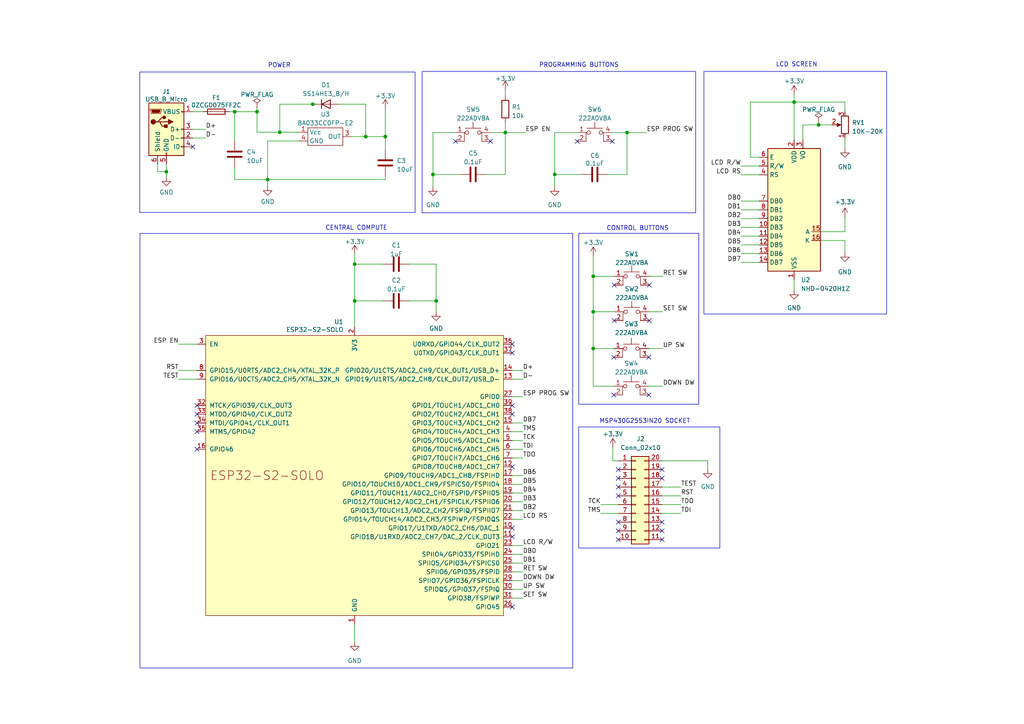
<source format=kicad_sch>
(kicad_sch (version 20230121) (generator eeschema)
  (paper "A4")
  (lib_symbols
    (symbol "Connector:USB_B_Micro" (pin_names (offset 1.016))
      (property "Reference" "J" (at -5.08 11.43 0))
      (property "Value" "USB_B_Micro" (at -5.08 8.89 0))
      (symbol "USB_B_Micro_0_1"
        (rectangle (start -5.08 -7.62) (end 5.08 7.62) (stroke (width 0.254)) (fill (type background)))
        (circle (center -3.81 2.159) (radius 0.635) (stroke (width 0.254)) (fill (type outline)))
        (circle (center -0.635 3.429) (radius 0.381) (stroke (width 0.254)) (fill (type outline)))
        (rectangle (start -0.127 -7.62) (end 0.127 -6.858))
        (polyline (pts (xy -1.905 2.159) (xy 0.635 2.159)) (stroke (width 0.254)))
        (polyline (pts (xy -3.175 2.159) (xy -2.54 2.159) (xy -1.27 3.429) (xy -0.635 3.429)) (stroke (width 0.254)))
        (polyline (pts (xy -2.54 2.159) (xy -1.905 2.159) (xy -1.27 0.889) (xy 0 0.889)) (stroke (width 0.254)))
        (polyline (pts (xy 0.635 2.794) (xy 0.635 1.524) (xy 1.905 2.159) (xy 0.635 2.794)) (stroke (width 0.254)) (fill (type outline)))
        (polyline (pts (xy -4.318 5.588) (xy -1.778 5.588) (xy -2.032 4.826) (xy -4.064 4.826) (xy -4.318 5.588)) (fill (type outline)))
        (polyline (pts (xy -4.699 5.842) (xy -4.699 5.588) (xy -4.445 4.826) (xy -4.445 4.572) (xy -1.651 4.572) (xy -1.651 4.826) (xy -1.397 5.588) (xy -1.397 5.842) (xy -4.699 5.842)))
        (rectangle (start 0.254 1.27) (end -0.508 0.508) (stroke (width 0.254)) (fill (type outline)))
        (rectangle (start 5.08 -5.207) (end 4.318 -4.953))
        (rectangle (start 5.08 -2.667) (end 4.318 -2.413))
        (rectangle (start 5.08 -0.127) (end 4.318 0.127))
        (rectangle (start 5.08 4.953) (end 4.318 5.207))
      )
      (symbol "USB_B_Micro_1_1"
        (pin power_out line (at 7.62 5.08 180) (length 2.54) (name "VBUS") (number "1"))
        (pin bidirectional line (at 7.62 -2.54 180) (length 2.54) (name "D-") (number "2"))
        (pin bidirectional line (at 7.62 0 180) (length 2.54) (name "D+") (number "3"))
        (pin passive line (at 7.62 -5.08 180) (length 2.54) (name "ID") (number "4"))
        (pin power_out line (at 0 -10.16 90) (length 2.54) (name "GND") (number "5"))
        (pin passive line (at -2.54 -10.16 90) (length 2.54) (name "Shield") (number "6"))
      )
    )
    (symbol "Connector_Generic:Conn_02x10_Counter_Clockwise" (pin_names (offset 1.016) hide)
      (property "Reference" "J" (at 1.27 12.7 0))
      (property "Value" "Conn_02x10_Counter_Clockwise" (at 1.27 -15.24 0))
      (symbol "Conn_02x10_Counter_Clockwise_1_1"
        (rectangle (start -1.27 -12.573) (end 0 -12.827) (stroke (width 0.1524)))
        (rectangle (start -1.27 -10.033) (end 0 -10.287) (stroke (width 0.1524)))
        (rectangle (start -1.27 -7.493) (end 0 -7.747) (stroke (width 0.1524)))
        (rectangle (start -1.27 -4.953) (end 0 -5.207) (stroke (width 0.1524)))
        (rectangle (start -1.27 -2.413) (end 0 -2.667) (stroke (width 0.1524)))
        (rectangle (start -1.27 0.127) (end 0 -0.127) (stroke (width 0.1524)))
        (rectangle (start -1.27 2.667) (end 0 2.413) (stroke (width 0.1524)))
        (rectangle (start -1.27 5.207) (end 0 4.953) (stroke (width 0.1524)))
        (rectangle (start -1.27 7.747) (end 0 7.493) (stroke (width 0.1524)))
        (rectangle (start -1.27 10.287) (end 0 10.033) (stroke (width 0.1524)))
        (rectangle (start -1.27 11.43) (end 3.81 -13.97) (stroke (width 0.254)) (fill (type background)))
        (rectangle (start 3.81 -12.573) (end 2.54 -12.827) (stroke (width 0.1524)))
        (rectangle (start 3.81 -10.033) (end 2.54 -10.287) (stroke (width 0.1524)))
        (rectangle (start 3.81 -7.493) (end 2.54 -7.747) (stroke (width 0.1524)))
        (rectangle (start 3.81 -4.953) (end 2.54 -5.207) (stroke (width 0.1524)))
        (rectangle (start 3.81 -2.413) (end 2.54 -2.667) (stroke (width 0.1524)))
        (rectangle (start 3.81 0.127) (end 2.54 -0.127) (stroke (width 0.1524)))
        (rectangle (start 3.81 2.667) (end 2.54 2.413) (stroke (width 0.1524)))
        (rectangle (start 3.81 5.207) (end 2.54 4.953) (stroke (width 0.1524)))
        (rectangle (start 3.81 7.747) (end 2.54 7.493) (stroke (width 0.1524)))
        (rectangle (start 3.81 10.287) (end 2.54 10.033) (stroke (width 0.1524)))
        (pin passive line (at -5.08 10.16 0) (length 3.81) (name "Pin_1") (number "1"))
        (pin passive line (at -5.08 -12.7 0) (length 3.81) (name "Pin_10") (number "10"))
        (pin passive line (at 7.62 -12.7 180) (length 3.81) (name "Pin_11") (number "11"))
        (pin passive line (at 7.62 -10.16 180) (length 3.81) (name "Pin_12") (number "12"))
        (pin passive line (at 7.62 -7.62 180) (length 3.81) (name "Pin_13") (number "13"))
        (pin passive line (at 7.62 -5.08 180) (length 3.81) (name "Pin_14") (number "14"))
        (pin passive line (at 7.62 -2.54 180) (length 3.81) (name "Pin_15") (number "15"))
        (pin passive line (at 7.62 0 180) (length 3.81) (name "Pin_16") (number "16"))
        (pin passive line (at 7.62 2.54 180) (length 3.81) (name "Pin_17") (number "17"))
        (pin passive line (at 7.62 5.08 180) (length 3.81) (name "Pin_18") (number "18"))
        (pin passive line (at 7.62 7.62 180) (length 3.81) (name "Pin_19") (number "19"))
        (pin passive line (at -5.08 7.62 0) (length 3.81) (name "Pin_2") (number "2"))
        (pin passive line (at 7.62 10.16 180) (length 3.81) (name "Pin_20") (number "20"))
        (pin passive line (at -5.08 5.08 0) (length 3.81) (name "Pin_3") (number "3"))
        (pin passive line (at -5.08 2.54 0) (length 3.81) (name "Pin_4") (number "4"))
        (pin passive line (at -5.08 0 0) (length 3.81) (name "Pin_5") (number "5"))
        (pin passive line (at -5.08 -2.54 0) (length 3.81) (name "Pin_6") (number "6"))
        (pin passive line (at -5.08 -5.08 0) (length 3.81) (name "Pin_7") (number "7"))
        (pin passive line (at -5.08 -7.62 0) (length 3.81) (name "Pin_8") (number "8"))
        (pin passive line (at -5.08 -10.16 0) (length 3.81) (name "Pin_9") (number "9"))
      )
    )
    (symbol "Device:C" (pin_numbers hide) (pin_names (offset 0.254))
      (property "Reference" "C" (at 0.635 2.54 0))
      (property "Value" "C" (at 0.635 -2.54 0))
      (symbol "C_0_1"
        (polyline (pts (xy -2.032 -0.762) (xy 2.032 -0.762)) (stroke (width 0.508)))
        (polyline (pts (xy -2.032 0.762) (xy 2.032 0.762)) (stroke (width 0.508)))
      )
      (symbol "C_1_1"
        (pin passive line (at 0 3.81 270) (length 2.794) (name "~") (number "1"))
        (pin passive line (at 0 -3.81 90) (length 2.794) (name "~") (number "2"))
      )
    )
    (symbol "Device:D" (pin_numbers hide) (pin_names (offset 1.016) hide)
      (property "Reference" "D" (at 0 2.54 0))
      (property "Value" "D" (at 0 -2.54 0))
      (symbol "D_0_1"
        (polyline (pts (xy -1.27 1.27) (xy -1.27 -1.27)) (stroke (width 0.254)))
        (polyline (pts (xy 1.27 0) (xy -1.27 0)))
        (polyline (pts (xy 1.27 1.27) (xy 1.27 -1.27) (xy -1.27 0) (xy 1.27 1.27)) (stroke (width 0.254)))
      )
      (symbol "D_1_1"
        (pin passive line (at -3.81 0 0) (length 2.54) (name "K") (number "1"))
        (pin passive line (at 3.81 0 180) (length 2.54) (name "A") (number "2"))
      )
    )
    (symbol "Device:Fuse" (pin_numbers hide) (pin_names (offset 0))
      (property "Reference" "F" (at 2.032 0 90))
      (property "Value" "Fuse" (at -1.905 0 90))
      (symbol "Fuse_0_1"
        (rectangle (start -0.762 -2.54) (end 0.762 2.54) (stroke (width 0.254)))
        (polyline (pts (xy 0 2.54) (xy 0 -2.54)))
      )
      (symbol "Fuse_1_1"
        (pin passive line (at 0 3.81 270) (length 1.27) (name "~") (number "1"))
        (pin passive line (at 0 -3.81 90) (length 1.27) (name "~") (number "2"))
      )
    )
    (symbol "Device:R" (pin_numbers hide) (pin_names (offset 0))
      (property "Reference" "R" (at 2.032 0 90))
      (property "Value" "R" (at 0 0 90))
      (symbol "R_0_1"
        (rectangle (start -1.016 -2.54) (end 1.016 2.54) (stroke (width 0.254)))
      )
      (symbol "R_1_1"
        (pin passive line (at 0 3.81 270) (length 1.27) (name "~") (number "1"))
        (pin passive line (at 0 -3.81 90) (length 1.27) (name "~") (number "2"))
      )
    )
    (symbol "Device:R_Potentiometer" (pin_names (offset 1.016) hide)
      (property "Reference" "RV" (at -4.445 0 90))
      (property "Value" "R_Potentiometer" (at -2.54 0 90))
      (symbol "R_Potentiometer_0_1"
        (polyline (pts (xy 2.54 0) (xy 1.524 0)))
        (polyline (pts (xy 1.143 0) (xy 2.286 0.508) (xy 2.286 -0.508) (xy 1.143 0)) (fill (type outline)))
        (rectangle (start 1.016 2.54) (end -1.016 -2.54) (stroke (width 0.254)))
      )
      (symbol "R_Potentiometer_1_1"
        (pin passive line (at 0 3.81 270) (length 1.27) (name "1") (number "1"))
        (pin passive line (at 3.81 0 180) (length 1.27) (name "2") (number "2"))
        (pin passive line (at 0 -3.81 90) (length 1.27) (name "3") (number "3"))
      )
    )
    (symbol "Display_Character:NHD-0420H1Z"
      (property "Reference" "U2" (at 1.9559 -20.32 0))
      (property "Value" "NHD-0420H1Z" (at 1.9559 -22.86 0))
      (symbol "NHD-0420H1Z_0_1"
        (rectangle (start -7.62 17.78) (end 7.62 -17.78) (stroke (width 0.254)) (fill (type background)))
      )
      (symbol "NHD-0420H1Z_1_1"
        (pin power_in line (at 0 -20.32 90) (length 2.54) (name "VSS") (number "1"))
        (pin bidirectional line (at -10.16 -5.08 0) (length 2.54) (name "DB3") (number "10"))
        (pin bidirectional line (at -10.16 -7.62 0) (length 2.54) (name "DB4") (number "11"))
        (pin bidirectional line (at -10.16 -10.16 0) (length 2.54) (name "DB5") (number "12"))
        (pin bidirectional line (at -10.16 -12.7 0) (length 2.54) (name "DB6") (number "13"))
        (pin bidirectional line (at -10.16 -15.24 0) (length 2.54) (name "DB7") (number "14"))
        (pin passive line (at 7.62 -6.35 180) (length 2.54) (name "A") (number "15"))
        (pin passive line (at 7.62 -8.89 180) (length 2.54) (name "K") (number "16"))
        (pin power_in line (at 0 20.32 270) (length 2.54) (name "VDD") (number "2"))
        (pin power_in line (at 2.54 20.32 270) (length 2.54) (name "VO") (number "3"))
        (pin input line (at -10.16 10.16 0) (length 2.54) (name "RS") (number "4"))
        (pin input line (at -10.16 12.7 0) (length 2.54) (name "R/W") (number "5"))
        (pin input line (at -10.16 15.24 0) (length 2.54) (name "E") (number "6"))
        (pin bidirectional line (at -10.16 2.54 0) (length 2.54) (name "DB0") (number "7"))
        (pin bidirectional line (at -10.16 0 0) (length 2.54) (name "DB1") (number "8"))
        (pin bidirectional line (at -10.16 -2.54 0) (length 2.54) (name "DB2") (number "9"))
      )
    )
    (symbol "Espressif:ESP32-S2-SOLO" (pin_names (offset 1.016))
      (property "Reference" "U" (at -43.18 45.72 0))
      (property "Value" "ESP32-S2-SOLO" (at -43.18 43.18 0))
      (symbol "ESP32-S2-SOLO_0_1"
        (rectangle (start -43.18 40.64) (end 43.18 -40.64) (fill (type background)))
      )
      (symbol "ESP32-S2-SOLO_1_1"
        (text "ESP32-S2-SOLO" (at -25.4 0 0) (effects (font (size 2.54 2.54))))
        (pin power_in line (at 0 -43.18 90) (length 2.54) (name "GND") (number "1"))
        (pin bidirectional line (at 45.72 -15.24 180) (length 2.54) (name "GPIO17/U1TXD/ADC2_CH6/DAC_1") (number "10"))
        (pin bidirectional line (at 45.72 -17.78 180) (length 2.54) (name "GPIO18/U1RXD/ADC2_CH7/DAC_2/CLK_OUT3") (number "11"))
        (pin bidirectional line (at 45.72 2.54 180) (length 2.54) (name "GPIO8/TOUCH8/ADC1_CH7") (number "12"))
        (pin bidirectional line (at 45.72 27.94 180) (length 2.54) (name "GPIO19/U1RTS/ADC2_CH8/CLK_OUT2/USB_D-") (number "13"))
        (pin bidirectional line (at 45.72 30.48 180) (length 2.54) (name "GPIO20/U1CTS/ADC2_CH9/CLK_OUT1/USB_D+") (number "14"))
        (pin bidirectional line (at 45.72 15.24 180) (length 2.54) (name "GPIO3/TOUCH3/ADC1_CH2") (number "15"))
        (pin input line (at -45.72 7.62 0) (length 2.54) (name "GPIO46") (number "16"))
        (pin bidirectional line (at 45.72 0 180) (length 2.54) (name "GPIO9/TOUCH9/ADC1_CH8/FSPIHD") (number "17"))
        (pin bidirectional line (at 45.72 -2.54 180) (length 2.54) (name "GPIO10/TOUCH10/ADC1_CH9/FSPICS0/FSPIIO4") (number "18"))
        (pin bidirectional line (at 45.72 -5.08 180) (length 2.54) (name "GPIO11/TOUCH11/ADC2_CH0/FSPID/FSPIIO5") (number "19"))
        (pin power_in line (at 0 43.18 270) (length 2.54) (name "3V3") (number "2"))
        (pin bidirectional line (at 45.72 -7.62 180) (length 2.54) (name "GPIO12/TOUCH12/ADC2_CH1/FSPICLK/FSPIIO6") (number "20"))
        (pin bidirectional line (at 45.72 -10.16 180) (length 2.54) (name "GPIO13/TOUCH13/ADC2_CH2/FSPIQ/FSPIIO7") (number "21"))
        (pin bidirectional line (at 45.72 -12.7 180) (length 2.54) (name "GPIO14/TOUCH14/ADC2_CH3/FSPIWP/FSPIDQS") (number "22"))
        (pin bidirectional line (at 45.72 -20.32 180) (length 2.54) (name "GPIO21") (number "23"))
        (pin bidirectional line (at 45.72 -22.86 180) (length 2.54) (name "SPIIO4/GPIO33/FSPIHD") (number "24"))
        (pin bidirectional line (at 45.72 -25.4 180) (length 2.54) (name "SPIIO5/GPIO34/FSPICS0") (number "25"))
        (pin bidirectional line (at 45.72 -38.1 180) (length 2.54) (name "GPIO45") (number "26"))
        (pin bidirectional line (at 45.72 22.86 180) (length 2.54) (name "GPIO0") (number "27"))
        (pin bidirectional line (at 45.72 -27.94 180) (length 2.54) (name "SPIIO6/GPIO35/FSPID") (number "28"))
        (pin bidirectional line (at 45.72 -30.48 180) (length 2.54) (name "SPIIO7/GPIO36/FSPICLK") (number "29"))
        (pin bidirectional line (at -45.72 38.1 0) (length 2.54) (name "EN") (number "3"))
        (pin bidirectional line (at 45.72 -33.02 180) (length 2.54) (name "SPIDQS/GPIO37/FSPIQ") (number "30"))
        (pin bidirectional line (at 45.72 -35.56 180) (length 2.54) (name "GPIO38/FSPIWP") (number "31"))
        (pin bidirectional line (at -45.72 20.32 0) (length 2.54) (name "MTCK/GPIO39/CLK_OUT3") (number "32"))
        (pin bidirectional line (at -45.72 17.78 0) (length 2.54) (name "MTDO/GPIO40/CLK_OUT2") (number "33"))
        (pin bidirectional line (at -45.72 15.24 0) (length 2.54) (name "MTDI/GPIO41/CLK_OUT1") (number "34"))
        (pin bidirectional line (at -45.72 12.7 0) (length 2.54) (name "MTMS/GPIO42") (number "35"))
        (pin bidirectional line (at 45.72 38.1 180) (length 2.54) (name "U0RXD/GPIO44/CLK_OUT2") (number "36"))
        (pin bidirectional line (at 45.72 35.56 180) (length 2.54) (name "U0TXD/GPIO43/CLK_OUT1") (number "37"))
        (pin bidirectional line (at 45.72 17.78 180) (length 2.54) (name "GPIO2/TOUCH2/ADC1_CH1") (number "38"))
        (pin bidirectional line (at 45.72 20.32 180) (length 2.54) (name "GPIO1/TOUCH1/ADC1_CH0") (number "39"))
        (pin bidirectional line (at 45.72 12.7 180) (length 2.54) (name "GPIO4/TOUCH4/ADC1_CH3") (number "4"))
        (pin passive line (at 0 -43.18 90) (length 2.54) hide (name "GND") (number "40"))
        (pin passive line (at 0 -43.18 90) (length 2.54) hide (name "GND") (number "41"))
        (pin bidirectional line (at 45.72 10.16 180) (length 2.54) (name "GPIO5/TOUCH5/ADC1_CH4") (number "5"))
        (pin bidirectional line (at 45.72 7.62 180) (length 2.54) (name "GPIO6/TOUCH6/ADC1_CH5") (number "6"))
        (pin bidirectional line (at 45.72 5.08 180) (length 2.54) (name "GPIO7/TOUCH7/ADC1_CH6") (number "7"))
        (pin bidirectional line (at -45.72 30.48 0) (length 2.54) (name "GPIO15/U0RTS/ADC2_CH4/XTAL_32K_P") (number "8"))
        (pin bidirectional line (at -45.72 27.94 0) (length 2.54) (name "GPIO16/U0CTS/ADC2_CH5/XTAL_32K_N") (number "9"))
      )
    )
    (symbol "ICs:BA033CC0FP-E2"
      (property "Reference" "U" (at 0 3.81 0))
      (symbol "BA033CC0FP-E2_0_1"
        (rectangle (start -5.08 2.54) (end 5.08 -2.54))
      )
      (symbol "BA033CC0FP-E2_1_1"
        (pin power_in line (at -7.62 1.27 0) (length 2.54) (name "Vcc") (number "1"))
        (pin power_out line (at 7.62 0 180) (length 2.54) (name "OUT") (number "3"))
        (pin input line (at -7.62 -1.27 0) (length 2.54) (name "GND") (number "4"))
      )
    )
    (symbol "Switch:SW_MEC_5E" (pin_names (offset 1.016) hide)
      (property "Reference" "SW" (at 0.635 5.715 0))
      (property "Value" "SW_MEC_5E" (at 0 -3.175 0))
      (symbol "SW_MEC_5E_0_1"
        (circle (center -1.778 2.54) (radius 0.508))
        (polyline (pts (xy -2.286 3.81) (xy 2.286 3.81)))
        (polyline (pts (xy 0 3.81) (xy 0 5.588)))
        (polyline (pts (xy -2.54 0) (xy -2.54 2.54) (xy -2.286 2.54)))
        (polyline (pts (xy 2.54 0) (xy 2.54 2.54) (xy 2.286 2.54)))
        (circle (center 1.778 2.54) (radius 0.508))
        (pin passive line (at -5.08 2.54 0) (length 2.54) (name "1") (number "1"))
        (pin passive line (at -5.08 0 0) (length 2.54) (name "2") (number "2"))
        (pin passive line (at 5.08 0 180) (length 2.54) (name "K") (number "3"))
        (pin passive line (at 5.08 2.54 180) (length 2.54) (name "A") (number "4"))
      )
    )
    (symbol "power:+3.3V" (power) (pin_names (offset 0))
      (property "Value" "+3.3V" (at 0 3.556 0))
      (symbol "+3.3V_0_1"
        (polyline (pts (xy -0.762 1.27) (xy 0 2.54)))
        (polyline (pts (xy 0 0) (xy 0 2.54)))
        (polyline (pts (xy 0 2.54) (xy 0.762 1.27)))
      )
      (symbol "+3.3V_1_1"
        (pin power_in line (at 0 0 90) (length 0) hide (name "+3.3V") (number "1"))
      )
    )
    (symbol "power:GND" (power) (pin_names (offset 0))
      (property "Value" "GND" (at 0 -3.81 0))
      (symbol "GND_0_1"
        (polyline (pts (xy 0 0) (xy 0 -1.27) (xy 1.27 -1.27) (xy 0 -2.54) (xy -1.27 -1.27) (xy 0 -1.27)))
      )
      (symbol "GND_1_1"
        (pin power_in line (at 0 0 270) (length 0) hide (name "GND") (number "1"))
      )
    )
    (symbol "power:PWR_FLAG" (power) (pin_numbers hide) (pin_names (offset 0) hide)
      (property "Value" "PWR_FLAG" (at 0 3.81 0))
      (symbol "PWR_FLAG_0_0"
        (pin power_out line (at 0 0 90) (length 0) (name "pwr") (number "1"))
      )
      (symbol "PWR_FLAG_0_1"
        (polyline (pts (xy 0 0) (xy 0 1.27) (xy -1.016 1.905) (xy 0 2.54) (xy 1.016 1.905) (xy 0 1.27)))
      )
    )
  )
  (junction (at 172.0596 101.092))
  (junction (at 74.549 32.4104))
  (junction (at 160.8836 50.5968))
  (junction (at 111.76 39.624))
  (junction (at 106.0704 39.624))
  (junction (at 230.3272 29.6164))
  (junction (at 102.87 87.2744))
  (junction (at 181.864 38.4556))
  (junction (at 81.153 38.354))
  (junction (at 77.6224 52.07))
  (junction (at 68.072 32.4104))
  (junction (at 90.7288 30.226))
  (junction (at 237.4392 36.2204))
  (junction (at 48.26 49.8094))
  (junction (at 172.0596 90.424))
  (junction (at 102.87 76.6064))
  (junction (at 146.558 38.4556))
  (junction (at 172.0596 80.137))
  (junction (at 125.5776 50.5968))
  (junction (at 126.492 87.2744))
  (no_connect (at 179.324 143.8148))
  (no_connect (at 142.2908 40.9956))
  (no_connect (at 192.024 153.9748))
  (no_connect (at 178.0286 103.632))
  (no_connect (at 188.3156 82.677))
  (no_connect (at 57.15 122.682))
  (no_connect (at 179.324 136.1948))
  (no_connect (at 148.59 120.142))
  (no_connect (at 55.88 42.5704))
  (no_connect (at 188.1886 103.632))
  (no_connect (at 57.15 120.142))
  (no_connect (at 148.59 153.162))
  (no_connect (at 179.324 141.2748))
  (no_connect (at 57.15 125.222))
  (no_connect (at 179.324 151.4348))
  (no_connect (at 57.15 130.302))
  (no_connect (at 179.324 138.7348))
  (no_connect (at 188.1886 114.554))
  (no_connect (at 177.5968 40.9956))
  (no_connect (at 148.59 117.602))
  (no_connect (at 148.59 155.702))
  (no_connect (at 179.324 156.5148))
  (no_connect (at 167.4368 40.9956))
  (no_connect (at 148.59 102.362))
  (no_connect (at 178.1556 92.964))
  (no_connect (at 192.024 136.1948))
  (no_connect (at 148.59 99.822))
  (no_connect (at 192.024 151.4348))
  (no_connect (at 178.1556 82.677))
  (no_connect (at 178.0286 114.554))
  (no_connect (at 192.024 156.5148))
  (no_connect (at 132.1308 40.9956))
  (no_connect (at 148.59 135.382))
  (no_connect (at 179.324 153.9748))
  (no_connect (at 192.024 138.7348))
  (no_connect (at 148.59 176.022))
  (no_connect (at 188.3156 92.964))
  (no_connect (at 57.15 117.602))
  (wire (pts (xy 74.549 38.354) (xy 81.153 38.354)))
  (wire (pts (xy 101.981 39.624) (xy 106.0704 39.624)))
  (wire (pts (xy 148.59 143.002) (xy 151.638 143.002)))
  (wire (pts (xy 111.76 52.07) (xy 111.76 51.054)))
  (wire (pts (xy 148.59 130.302) (xy 151.638 130.302)))
  (wire (pts (xy 98.3488 30.226) (xy 106.0704 30.226)))
  (wire (pts (xy 237.9472 67.2084) (xy 245.0592 67.2084)))
  (wire (pts (xy 178.1556 80.137) (xy 172.0596 80.137)))
  (wire (pts (xy 106.0704 39.624) (xy 111.76 39.624)))
  (wire (pts (xy 148.59 173.482) (xy 151.638 173.482)))
  (wire (pts (xy 148.59 109.982) (xy 151.638 109.982)))
  (wire (pts (xy 148.59 145.542) (xy 151.638 145.542)))
  (wire (pts (xy 111.76 39.624) (xy 111.76 43.434)))
  (wire (pts (xy 230.3272 27.3304) (xy 230.3272 29.6164)))
  (wire (pts (xy 217.6272 29.6164) (xy 230.3272 29.6164)))
  (wire (pts (xy 178.0286 112.014) (xy 172.0596 112.014)))
  (wire (pts (xy 133.4008 50.5968) (xy 125.5776 50.5968)))
  (wire (pts (xy 148.59 170.942) (xy 151.638 170.942)))
  (wire (pts (xy 192.024 146.3548) (xy 197.485 146.3548)))
  (wire (pts (xy 142.2908 38.4556) (xy 146.558 38.4556)))
  (wire (pts (xy 77.6224 52.07) (xy 111.76 52.07)))
  (wire (pts (xy 214.9348 48.1584) (xy 220.1672 48.1584)))
  (wire (pts (xy 86.741 40.894) (xy 77.6224 40.894)))
  (wire (pts (xy 214.9348 65.9384) (xy 220.1672 65.9384)))
  (wire (pts (xy 245.0592 69.7484) (xy 245.0592 73.3044)))
  (wire (pts (xy 245.0592 29.6164) (xy 230.3272 29.6164)))
  (wire (pts (xy 148.59 150.622) (xy 151.638 150.622)))
  (wire (pts (xy 57.531 32.385) (xy 58.928 32.385)))
  (wire (pts (xy 160.8836 50.5968) (xy 160.8836 54.2036)))
  (wire (pts (xy 188.1886 112.014) (xy 192.2526 112.014)))
  (wire (pts (xy 148.59 140.462) (xy 151.638 140.462)))
  (wire (pts (xy 81.153 30.226) (xy 81.153 38.354)))
  (wire (pts (xy 57.531 32.4104) (xy 55.88 32.4104)))
  (wire (pts (xy 77.6224 52.07) (xy 77.6224 54.0512)))
  (wire (pts (xy 232.8672 36.2204) (xy 237.4392 36.2204)))
  (wire (pts (xy 132.1308 38.4556) (xy 125.5776 38.4556)))
  (wire (pts (xy 148.59 168.402) (xy 151.638 168.402)))
  (wire (pts (xy 111.76 31.3944) (xy 111.76 39.624)))
  (wire (pts (xy 102.87 73.66) (xy 102.87 76.6064)))
  (wire (pts (xy 177.5968 38.4556) (xy 181.864 38.4556)))
  (wire (pts (xy 148.59 122.682) (xy 151.638 122.682)))
  (wire (pts (xy 125.5776 38.4556) (xy 125.5776 50.5968)))
  (wire (pts (xy 205.2828 133.6548) (xy 205.2828 136.0932)))
  (wire (pts (xy 148.59 158.242) (xy 151.638 158.242)))
  (wire (pts (xy 55.88 40.0304) (xy 59.69 40.0304)))
  (wire (pts (xy 167.4368 38.4556) (xy 160.8836 38.4556)))
  (wire (pts (xy 245.0592 29.6164) (xy 245.0592 32.4104)))
  (wire (pts (xy 181.864 38.4556) (xy 187.5536 38.4556)))
  (wire (pts (xy 118.745 76.6064) (xy 126.492 76.6064)))
  (wire (pts (xy 102.87 76.6064) (xy 102.87 87.2744)))
  (wire (pts (xy 179.324 133.6548) (xy 177.7492 133.6548)))
  (wire (pts (xy 146.558 38.4556) (xy 152.4 38.4556)))
  (wire (pts (xy 230.3272 81.1784) (xy 230.3272 84.2264)))
  (wire (pts (xy 45.72 49.8094) (xy 48.26 49.8094)))
  (wire (pts (xy 45.72 47.6504) (xy 45.72 49.8094)))
  (wire (pts (xy 192.024 133.6548) (xy 205.2828 133.6548)))
  (wire (pts (xy 237.4392 35.3314) (xy 237.4392 36.2204)))
  (wire (pts (xy 148.59 148.082) (xy 151.638 148.082)))
  (wire (pts (xy 68.072 52.07) (xy 77.6224 52.07)))
  (wire (pts (xy 160.8836 38.4556) (xy 160.8836 50.5968)))
  (wire (pts (xy 148.59 165.862) (xy 151.638 165.862)))
  (wire (pts (xy 178.1556 90.424) (xy 172.0596 90.424)))
  (wire (pts (xy 51.816 107.442) (xy 57.15 107.442)))
  (wire (pts (xy 148.59 115.062) (xy 151.638 115.062)))
  (wire (pts (xy 181.864 50.5968) (xy 176.3268 50.5968)))
  (wire (pts (xy 68.072 32.4104) (xy 74.549 32.4104)))
  (wire (pts (xy 55.88 37.4904) (xy 59.69 37.4904)))
  (wire (pts (xy 172.0596 101.092) (xy 172.0596 90.424)))
  (wire (pts (xy 68.072 48.5394) (xy 68.072 52.07)))
  (wire (pts (xy 148.59 137.922) (xy 151.638 137.922)))
  (wire (pts (xy 146.558 38.4556) (xy 146.558 50.5968)))
  (wire (pts (xy 74.549 31.115) (xy 74.549 32.4104)))
  (wire (pts (xy 230.3272 29.6164) (xy 230.3272 40.5384)))
  (wire (pts (xy 214.9348 63.3984) (xy 220.1672 63.3984)))
  (wire (pts (xy 214.9348 76.0984) (xy 220.1672 76.0984)))
  (wire (pts (xy 174.244 148.8948) (xy 179.324 148.8948)))
  (wire (pts (xy 68.072 32.4104) (xy 68.072 40.9194)))
  (wire (pts (xy 126.492 76.6064) (xy 126.492 87.2744)))
  (wire (pts (xy 148.59 160.782) (xy 151.638 160.782)))
  (wire (pts (xy 220.1672 45.6184) (xy 217.6272 45.6184)))
  (wire (pts (xy 217.6272 45.6184) (xy 217.6272 29.6164)))
  (wire (pts (xy 177.7492 133.6548) (xy 177.7492 129.6924)))
  (wire (pts (xy 146.558 26.0096) (xy 146.558 27.8384)))
  (wire (pts (xy 74.549 32.4104) (xy 74.549 38.354)))
  (wire (pts (xy 146.558 35.4584) (xy 146.558 38.4556)))
  (wire (pts (xy 148.59 125.222) (xy 151.638 125.222)))
  (wire (pts (xy 148.59 132.842) (xy 151.638 132.842)))
  (wire (pts (xy 90.805 30.226) (xy 90.7288 30.226)))
  (wire (pts (xy 188.1886 101.092) (xy 192.2526 101.092)))
  (wire (pts (xy 174.244 146.3548) (xy 179.324 146.3548)))
  (wire (pts (xy 178.0286 101.092) (xy 172.0596 101.092)))
  (wire (pts (xy 214.9348 68.4784) (xy 220.1672 68.4784)))
  (wire (pts (xy 148.59 107.442) (xy 151.638 107.442)))
  (wire (pts (xy 214.9348 71.0184) (xy 220.1672 71.0184)))
  (wire (pts (xy 102.87 181.102) (xy 102.87 186.182)))
  (wire (pts (xy 77.6224 40.894) (xy 77.6224 52.07)))
  (wire (pts (xy 237.9472 69.7484) (xy 245.0592 69.7484)))
  (wire (pts (xy 66.548 32.385) (xy 68.072 32.385)))
  (wire (pts (xy 102.87 87.2744) (xy 111.125 87.2744)))
  (wire (pts (xy 68.072 32.385) (xy 68.072 32.4104)))
  (wire (pts (xy 214.9348 58.3184) (xy 220.1672 58.3184)))
  (wire (pts (xy 214.9348 50.6984) (xy 220.1672 50.6984)))
  (wire (pts (xy 118.745 87.2744) (xy 126.492 87.2744)))
  (wire (pts (xy 148.59 127.762) (xy 151.638 127.762)))
  (wire (pts (xy 214.9348 60.8584) (xy 220.1672 60.8584)))
  (wire (pts (xy 188.3156 90.424) (xy 192.2526 90.424)))
  (wire (pts (xy 168.7068 50.5968) (xy 160.8836 50.5968)))
  (wire (pts (xy 51.816 99.822) (xy 57.15 99.822)))
  (wire (pts (xy 172.0596 112.014) (xy 172.0596 101.092)))
  (wire (pts (xy 232.8672 40.5384) (xy 232.8672 36.2204)))
  (wire (pts (xy 192.024 141.2748) (xy 197.485 141.2748)))
  (wire (pts (xy 57.531 32.385) (xy 57.531 32.4104)))
  (wire (pts (xy 181.864 38.4556) (xy 181.864 50.5968)))
  (wire (pts (xy 188.3156 80.137) (xy 192.2526 80.137)))
  (wire (pts (xy 146.558 50.5968) (xy 141.0208 50.5968)))
  (wire (pts (xy 192.024 143.8148) (xy 197.485 143.8148)))
  (wire (pts (xy 126.492 87.2744) (xy 126.492 90.4494)))
  (wire (pts (xy 102.87 87.2744) (xy 102.87 94.742)))
  (wire (pts (xy 81.153 38.354) (xy 86.741 38.354)))
  (wire (pts (xy 237.4392 36.2204) (xy 241.2492 36.2204)))
  (wire (pts (xy 102.87 76.6064) (xy 111.125 76.6064)))
  (wire (pts (xy 48.26 47.6504) (xy 48.26 49.8094)))
  (wire (pts (xy 172.0596 74.168) (xy 172.0596 80.137)))
  (wire (pts (xy 172.0596 90.424) (xy 172.0596 80.137)))
  (wire (pts (xy 90.7288 30.226) (xy 81.153 30.226)))
  (wire (pts (xy 192.024 148.8948) (xy 197.485 148.8948)))
  (wire (pts (xy 214.9348 73.5584) (xy 220.1672 73.5584)))
  (wire (pts (xy 148.59 163.322) (xy 151.638 163.322)))
  (wire (pts (xy 245.0592 40.0304) (xy 245.0592 43.0784)))
  (wire (pts (xy 106.0704 30.226) (xy 106.0704 39.624)))
  (wire (pts (xy 245.0592 67.2084) (xy 245.0592 62.8904)))
  (wire (pts (xy 51.816 109.982) (xy 57.15 109.982)))
  (wire (pts (xy 125.5776 50.5968) (xy 125.5776 54.2036)))
  (wire (pts (xy 48.26 49.8094) (xy 48.26 51.3334)))
  (rectangle (start 167.8432 123.8504) (end 208.788 158.9532))
  (rectangle (start 40.5892 67.7164) (end 166.116 193.7512))
  (rectangle (start 167.8686 67.6656) (end 202.6666 117.2464))
  (rectangle (start 122.428 20.7264) (end 201.7776 61.722))
  (rectangle (start 40.5384 20.8788) (end 120.396 61.6204))
  (rectangle (start 204.1652 20.7264) (end 257.1496 91.0844))
  (text "LCD SCREEN" (at 224.9932 19.558 0) (effects (font (size 1.27 1.27)) (justify left bottom)))
  (text "PROGRAMMING BUTTONS" (at 156.3116 19.7104 0) (effects (font (size 1.27 1.27)) (justify left bottom)))
  (text "POWER" (at 77.6732 19.812 0) (effects (font (size 1.27 1.27)) (justify left bottom)))
  (text "CENTRAL COMPUTE" (at 94.3356 66.9544 0) (effects (font (size 1.27 1.27)) (justify left bottom)))
  (text "MSP430G2553IN20 SOCKET" (at 173.8376 122.9868 0) (effects (font (size 1.27 1.27)) (justify left bottom)))
  (text "CONTROL BUTTONS" (at 175.895 67.056 0) (effects (font (size 1.27 1.27)) (justify left bottom)))
  (label "RST" (at 51.816 107.442 180))
  (label "D-" (at 59.69 40.0304 0))
  (label "LCD R{slash}W" (at 151.638 158.242 0))
  (label "DOWN DW" (at 192.2526 112.014 0))
  (label "DB7" (at 214.9348 76.0984 180))
  (label "TEST" (at 51.816 109.982 180))
  (label "DB4" (at 214.9348 68.4784 180))
  (label "DB6" (at 151.638 137.922 0))
  (label "ESP EN" (at 51.816 99.822 180))
  (label "DB0" (at 151.638 160.782 0))
  (label "SET SW" (at 151.638 173.482 0))
  (label "TDI" (at 197.485 148.8948 0))
  (label "DB5" (at 151.638 140.462 0))
  (label "ESP EN" (at 152.4 38.4556 0))
  (label "TDO" (at 151.638 132.842 0))
  (label "DB4" (at 151.638 143.002 0))
  (label "TDI" (at 151.638 130.302 0))
  (label "ESP PROG SW" (at 151.638 115.062 0))
  (label "DB5" (at 214.9348 71.0184 180))
  (label "DB3" (at 214.9348 65.9384 180))
  (label "UP SW" (at 192.2526 101.092 0))
  (label "RET SW" (at 192.2526 80.137 0))
  (label "DB7" (at 151.638 122.682 0))
  (label "UP SW" (at 151.638 170.942 0))
  (label "TMS" (at 174.244 148.8948 180))
  (label "LCD RS" (at 214.9348 50.6984 180))
  (label "DB1" (at 214.9348 60.8584 180))
  (label "RET SW" (at 151.638 165.862 0))
  (label "SET SW" (at 192.2526 90.424 0))
  (label "TDO" (at 197.485 146.3548 0))
  (label "DB2" (at 214.9348 63.3984 180))
  (label "TCK" (at 151.638 127.762 0))
  (label "DB1" (at 151.638 163.322 0))
  (label "D+" (at 59.69 37.4904 0))
  (label "TEST" (at 197.485 141.2748 0))
  (label "DB2" (at 151.638 148.082 0))
  (label "DB6" (at 214.9348 73.5584 180))
  (label "D-" (at 151.638 109.982 0))
  (label "DB3" (at 151.638 145.542 0))
  (label "DOWN DW" (at 151.638 168.402 0))
  (label "D+" (at 151.638 107.442 0))
  (label "DB0" (at 214.9348 58.3184 180))
  (label "LCD RS" (at 151.638 150.622 0))
  (label "ESP PROG SW" (at 187.5536 38.4556 0))
  (label "LCD R{slash}W" (at 214.9348 48.1584 180))
  (label "RST" (at 197.485 143.8148 0))
  (label "TMS" (at 151.638 125.222 0))
  (label "TCK" (at 174.244 146.3548 180))
  (symbol (lib_id "power:+3.3V") (at 146.558 26.0096 0) (unit 1)
    (property "Reference" "#PWR013" (effects hide))
    (property "Value" "+3.3V" (at 146.558 22.8092 0))
  )
  (symbol (lib_id "power:PWR_FLAG") (at 237.4392 35.3314 0) (unit 1)
    (property "Reference" "#FLG03" (effects hide))
    (property "Value" "PWR_FLAG" (at 237.4392 31.7754 0))
  )
  (symbol (lib_id "Device:D") (at 94.5388 30.226 0) (unit 1)
    (property "Reference" "D1" (at 94.5388 24.638 0))
    (property "Value" "SS14HE3_B/H" (at 94.5388 27.178 0))
    (property "Footprint" "Diode_SMD:D_SMA" (effects hide))
    (property "Sim.Device" "D" (effects hide))
    (property "Sim.Pins" "1=K 2=A" (effects hide))
  )
  (symbol (lib_id "Device:C") (at 172.5168 50.5968 270) (unit 1)
    (property "Reference" "C6" (at 172.5168 45.1104 90))
    (property "Value" "0.1uF" (at 172.5168 47.3964 90))
    (property "Footprint" "Capacitor_SMD:C_0805_2012Metric" (effects hide))
  )
  (symbol (lib_id "Device:C") (at 114.935 87.2744 90) (unit 1)
    (property "Reference" "C2" (at 114.935 81.3054 90))
    (property "Value" "0.1uF" (at 114.935 83.8454 90))
    (property "Footprint" "Capacitor_SMD:C_0805_2012Metric" (effects hide))
  )
  (symbol (lib_id "power:+3.3V") (at 245.0592 62.8904 0) (unit 1)
    (property "Reference" "#PWR016" (effects hide))
    (property "Value" "+3.3V" (at 245.0592 58.5724 0))
  )
  (symbol (lib_id "power:GND") (at 77.6224 54.0512 0) (unit 1)
    (property "Reference" "#PWR010" (effects hide))
    (property "Value" "GND" (at 77.6224 58.4962 0))
  )
  (symbol (lib_id "Device:C") (at 68.072 44.7294 0) (unit 1)
    (property "Reference" "C4" (at 71.501 44.0944 0) (effects (justify left)))
    (property "Value" "10uF" (at 71.501 46.6344 0) (effects (justify left)))
    (property "Footprint" "Capacitor_SMD:C_0805_2012Metric" (effects hide))
  )
  (symbol (lib_id "power:GND") (at 245.0592 43.0784 0) (unit 1)
    (property "Reference" "#PWR017" (effects hide))
    (property "Value" "GND" (at 245.0592 48.4124 0))
  )
  (symbol (lib_id "Device:R") (at 146.558 31.6484 0) (unit 1)
    (property "Reference" "R1" (at 148.4376 31.0134 0) (effects (justify left)))
    (property "Value" "10k" (at 148.4376 33.5534 0) (effects (justify left)))
    (property "Footprint" "Resistor_SMD:R_0805_2012Metric" (effects hide))
  )
  (symbol (lib_id "Switch:SW_MEC_5E") (at 172.5168 40.9956 0) (unit 1)
    (property "Reference" "SW6" (at 172.5168 31.75 0))
    (property "Value" "222ADVBA" (at 172.5168 34.29 0))
    (property "Footprint" "buttons:SW_222ADVBA" (effects hide))
    (property "Datasheet" "http://www.apem.com/int/index.php?controller=attachment&id_attachment=1371" (effects hide))
  )
  (symbol (lib_id "power:+3.3V") (at 111.76 31.3944 0) (unit 1)
    (property "Reference" "#PWR011" (effects hide))
    (property "Value" "+3.3V" (at 111.76 27.8384 0))
  )
  (symbol (lib_id "power:+3.3V") (at 177.7492 129.6924 0) (unit 1)
    (property "Reference" "#PWR06" (effects hide))
    (property "Value" "+3.3V" (at 177.7492 125.8824 0))
  )
  (symbol (lib_id "Display_Character:NHD-0420H1Z") (at 230.3272 60.8584 0) (unit 1)
    (property "Reference" "U2" (at 232.2831 81.1784 0) (effects (justify left)))
    (property "Value" "NHD-0420H1Z" (at 232.2831 83.7184 0) (effects (justify left)))
    (property "Footprint" "Display:NHD-0420H1Z" (effects hide))
    (property "Datasheet" "http://www.newhavendisplay.com/specs/NHD-0420H1Z-FSW-GBW-33V3.pdf" (effects hide))
  )
  (symbol (lib_id "power:GND") (at 48.26 51.3334 0) (unit 1)
    (property "Reference" "#PWR08" (effects hide))
    (property "Value" "GND" (at 48.26 55.7784 0))
  )
  (symbol (lib_id "Device:C") (at 111.76 47.244 0) (unit 1)
    (property "Reference" "C3" (at 115.062 46.609 0) (effects (justify left)))
    (property "Value" "10uF" (at 115.062 49.149 0) (effects (justify left)))
    (property "Footprint" "Capacitor_SMD:C_0805_2012Metric" (effects hide))
  )
  (symbol (lib_id "power:GND") (at 102.87 186.182 0) (unit 1)
    (property "Reference" "#PWR07" (effects hide))
    (property "Value" "GND" (at 102.87 191.643 0))
  )
  (symbol (lib_id "Switch:SW_MEC_5E") (at 137.2108 40.9956 0) (unit 1)
    (property "Reference" "SW5" (at 137.2108 31.75 0))
    (property "Value" "222ADVBA" (at 137.2108 34.29 0))
    (property "Footprint" "buttons:SW_222ADVBA" (effects hide))
    (property "Datasheet" "http://www.apem.com/int/index.php?controller=attachment&id_attachment=1371" (effects hide))
  )
  (symbol (lib_id "Device:R_Potentiometer") (at 245.0592 36.2204 180) (unit 1)
    (property "Reference" "RV1" (at 247.0912 35.5854 0) (effects (justify right)))
    (property "Value" "10K-20K" (at 247.0912 38.1254 0) (effects (justify right)))
    (property "Footprint" "project:Potentiometer_CTS_PTN10-E20HB20" (effects hide))
  )
  (symbol (lib_id "Switch:SW_MEC_5E") (at 183.1086 103.632 0) (unit 1)
    (property "Reference" "SW3" (at 183.1086 93.98 0))
    (property "Value" "222ADVBA" (at 183.1086 96.52 0))
    (property "Footprint" "buttons:SW_222ADVBA" (effects hide))
    (property "Datasheet" "http://www.apem.com/int/index.php?controller=attachment&id_attachment=1371" (effects hide))
  )
  (symbol (lib_id "Device:C") (at 137.2108 50.5968 270) (unit 1)
    (property "Reference" "C5" (at 137.2108 44.45 90))
    (property "Value" "0.1uF" (at 137.2108 46.99 90))
    (property "Footprint" "Capacitor_SMD:C_0805_2012Metric" (effects hide))
  )
  (symbol (lib_id "power:GND") (at 160.8836 54.2036 0) (unit 1)
    (property "Reference" "#PWR014" (effects hide))
    (property "Value" "GND" (at 160.8836 59.436 0))
  )
  (symbol (lib_id "ICs:BA033CC0FP-E2") (at 94.361 39.624 0) (unit 1)
    (property "Reference" "U3" (at 94.361 33.147 0))
    (property "Value" "BA033CC0FP-E2" (at 94.361 35.687 0))
    (property "Footprint" "digikey-footprints:TO-252-3" (effects hide))
  )
  (symbol (lib_id "Espressif:ESP32-S2-SOLO") (at 102.87 137.922 0) (unit 1)
    (property "Reference" "U1" (at 96.901 93.345 0) (effects (justify left)))
    (property "Value" "ESP32-S2-SOLO" (at 82.931 95.631 0) (effects (justify left)))
    (property "Footprint" "Espressif:ESP32-S2-SOLO" (effects hide))
    (property "Datasheet" "https://www.espressif.com/sites/default/files/documentation/esp32-s2-solo_esp32-s2-solo-u_datasheet_en.pdf" (effects hide))
  )
  (symbol (lib_id "Connector:USB_B_Micro") (at 48.26 37.4904 0) (unit 1)
    (property "Reference" "J1" (at 48.26 26.5684 0))
    (property "Value" "USB_B_Micro" (at 48.26 28.8036 0))
    (property "Footprint" "Connector_USB:USB_Micro-B_Amphenol_10118194_Horizontal" (effects hide))
  )
  (symbol (lib_id "power:GND") (at 230.3272 84.2264 0) (unit 1)
    (property "Reference" "#PWR01" (effects hide))
    (property "Value" "GND" (at 230.3272 89.3064 0))
  )
  (symbol (lib_id "power:+3.3V") (at 230.3272 27.3304 0) (unit 1)
    (property "Reference" "#PWR02" (effects hide))
    (property "Value" "+3.3V" (at 230.3272 23.5204 0))
  )
  (symbol (lib_id "power:PWR_FLAG") (at 74.549 31.115 0) (unit 1)
    (property "Reference" "#FLG01" (effects hide))
    (property "Value" "PWR_FLAG" (at 74.549 27.432 0))
  )
  (symbol (lib_id "power:+3.3V") (at 102.87 73.66 0) (unit 1)
    (property "Reference" "#PWR03" (effects hide))
    (property "Value" "+3.3V" (at 102.87 70.104 0))
  )
  (symbol (lib_id "Switch:SW_MEC_5E") (at 183.2356 82.677 0) (unit 1)
    (property "Reference" "SW1" (at 183.2356 73.66 0))
    (property "Value" "222ADVBA" (at 183.2356 76.2 0))
    (property "Footprint" "buttons:SW_222ADVBA" (effects hide))
    (property "Datasheet" "http://www.apem.com/int/index.php?controller=attachment&id_attachment=1371" (effects hide))
  )
  (symbol (lib_id "power:GND") (at 245.0592 73.3044 0) (unit 1)
    (property "Reference" "#PWR015" (effects hide))
    (property "Value" "GND" (at 245.0592 78.8924 0))
  )
  (symbol (lib_id "Device:Fuse") (at 62.738 32.385 90) (unit 1)
    (property "Reference" "F1" (at 62.738 28.321 90))
    (property "Value" "0ZCG0075FF2C" (at 62.738 30.5054 90))
    (property "Footprint" "Fuse:Fuse_1812_4532Metric" (effects hide))
  )
  (symbol (lib_id "Connector_Generic:Conn_02x10_Counter_Clockwise") (at 184.404 143.8148 0) (unit 1)
    (property "Reference" "J2" (at 185.801 127.3048 0))
    (property "Value" "Conn_02x10" (at 185.801 129.8448 0))
    (property "Footprint" "project:DIL_CONN_110-83-320-41-001101" (effects hide))
  )
  (symbol (lib_id "Switch:SW_MEC_5E") (at 183.2356 92.964 0) (unit 1)
    (property "Reference" "SW2" (at 183.2356 83.82 0))
    (property "Value" "222ADVBA" (at 183.2356 86.36 0))
    (property "Footprint" "buttons:SW_222ADVBA" (effects hide))
    (property "Datasheet" "http://www.apem.com/int/index.php?controller=attachment&id_attachment=1371" (effects hide))
  )
  (symbol (lib_id "power:GND") (at 205.2828 136.0932 0) (unit 1)
    (property "Reference" "#PWR05" (effects hide))
    (property "Value" "GND" (at 205.2828 141.1732 0))
  )
  (symbol (lib_id "power:+3.3V") (at 172.0596 74.168 0) (unit 1)
    (property "Reference" "#PWR04" (effects hide))
    (property "Value" "+3.3V" (at 172.0596 70.358 0))
  )
  (symbol (lib_id "power:GND") (at 125.5776 54.2036 0) (unit 1)
    (property "Reference" "#PWR012" (effects hide))
    (property "Value" "GND" (at 125.5776 59.436 0))
  )
  (symbol (lib_id "Switch:SW_MEC_5E") (at 183.1086 114.554 0) (unit 1)
    (property "Reference" "SW4" (at 183.1086 105.41 0))
    (property "Value" "222ADVBA" (at 183.1086 107.95 0))
    (property "Footprint" "buttons:SW_222ADVBA" (effects hide))
    (property "Datasheet" "http://www.apem.com/int/index.php?controller=attachment&id_attachment=1371" (effects hide))
  )
  (symbol (lib_id "power:GND") (at 126.492 90.4494 0) (unit 1)
    (property "Reference" "#PWR09" (effects hide))
    (property "Value" "GND" (at 126.492 95.2754 0))
  )
  (symbol (lib_id "Device:C") (at 114.935 76.6064 90) (unit 1)
    (property "Reference" "C1" (at 114.935 71.1454 90))
    (property "Value" "1uF" (at 114.935 73.6854 90))
    (property "Footprint" "Capacitor_SMD:C_0805_2012Metric" (effects hide))
  )
)
</source>
